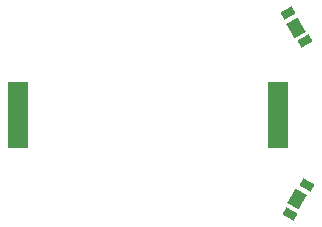
<source format=gbr>
%TF.GenerationSoftware,KiCad,Pcbnew,(6.0.11-0)*%
%TF.CreationDate,2024-05-30T12:39:56+08:00*%
%TF.ProjectId,tinyAVR-wristwatch,74696e79-4156-4522-9d77-726973747761,rev?*%
%TF.SameCoordinates,Original*%
%TF.FileFunction,Paste,Bot*%
%TF.FilePolarity,Positive*%
%FSLAX46Y46*%
G04 Gerber Fmt 4.6, Leading zero omitted, Abs format (unit mm)*
G04 Created by KiCad (PCBNEW (6.0.11-0)) date 2024-05-30 12:39:56*
%MOMM*%
%LPD*%
G01*
G04 APERTURE LIST*
G04 Aperture macros list*
%AMRotRect*
0 Rectangle, with rotation*
0 The origin of the aperture is its center*
0 $1 length*
0 $2 width*
0 $3 Rotation angle, in degrees counterclockwise*
0 Add horizontal line*
21,1,$1,$2,0,0,$3*%
G04 Aperture macros list end*
%ADD10RotRect,1.100000X0.700000X30.000000*%
%ADD11RotRect,1.400000X1.100000X300.000000*%
%ADD12R,1.750000X5.600000*%
%ADD13RotRect,1.100000X0.700000X330.000000*%
%ADD14RotRect,1.400000X1.100000X240.000000*%
G04 APERTURE END LIST*
D10*
%TO.C,SW1*%
X151887564Y-91387564D03*
X153287564Y-93812436D03*
D11*
X152500962Y-92650000D03*
%TD*%
D12*
%TO.C,BT1*%
X151000000Y-100000000D03*
X129000000Y-100000000D03*
%TD*%
D13*
%TO.C,SW2*%
X153443449Y-105987564D03*
X152043449Y-108412436D03*
D14*
X152656847Y-107150000D03*
%TD*%
M02*

</source>
